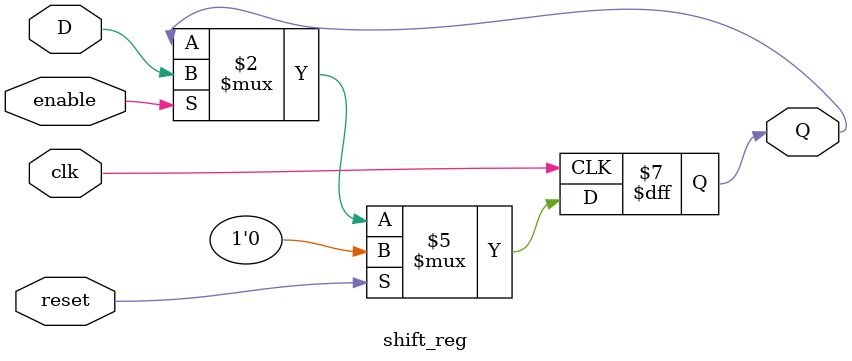
<source format=v>
module shift_reg (
    input wire clk,       // Clock input
    input wire reset,     // Synchronous reset input
    input wire enable,    // Enable input
    input wire D,         // Data input
    output reg Q          // Output
);

    // Synchronous logic for the D Flip-Flop
    always @(posedge clk) begin
        if (reset)            // If reset is high, reset output to 0
            Q <= 0;
        else if (enable)      // If enable is high, store the input D
            Q <= D;
    end

endmodule
</source>
